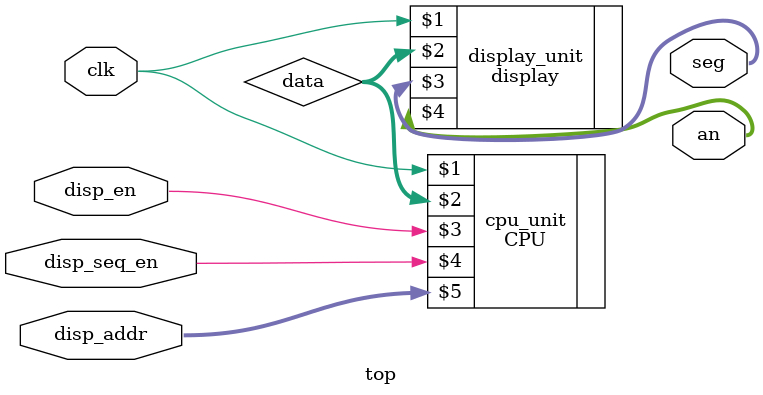
<source format=v>
`timescale 1ns / 1ps
module top(
	input clk,
	input disp_en,
	input disp_seq_en,
	input [4:0]disp_addr,
	output [7:0]seg,
	output [3:0]an);
	
wire [15:0]data;

/*
reg [26:0]count=0;
always@(posedge clk)
	count<=count+1;
CPU cpu_unit(count[25],data,disp_en,disp_addr);
*/

CPU cpu_unit(clk,data,disp_en,disp_seq_en,disp_addr);
display display_unit(clk,data,seg,an);

endmodule

</source>
